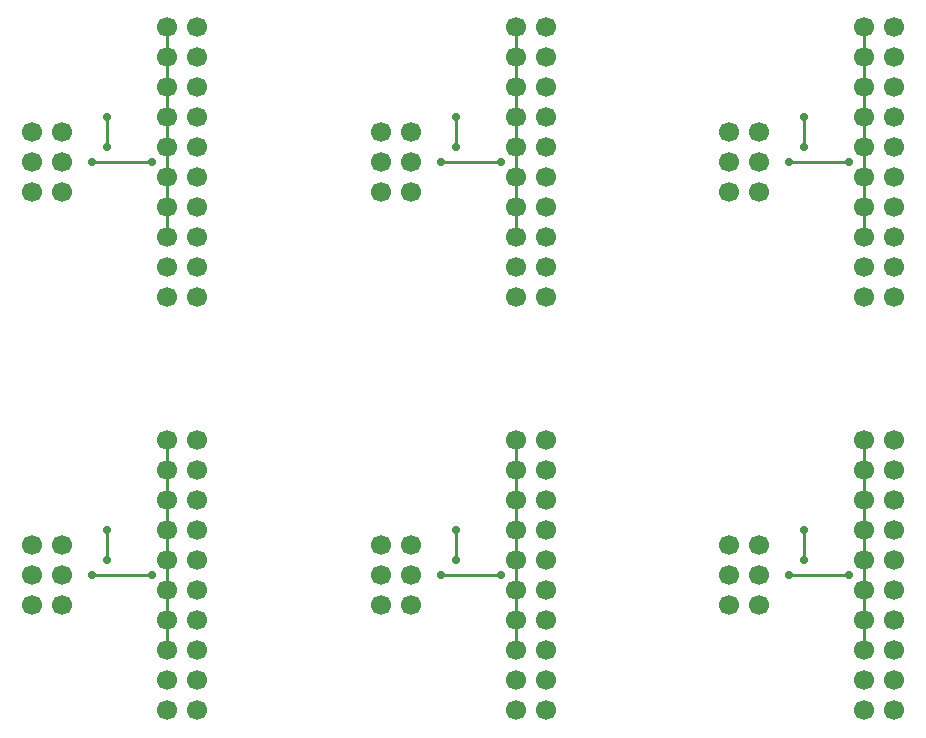
<source format=gbl>
%FSLAX46Y46*%
%MOMM*%
%ADD10C,0.250000*%
%AMPS12*
1,1,1.700000,0.000000,0.000000*
%
%ADD12PS12*%
%AMPS11*
1,1,1.700000,0.000000,0.000000*
%
%ADD11PS11*%
%AMPS13*
1,1,0.700000,0.000000,0.000000*
%
%ADD13PS13*%
G01*
G01*
%LPD*%
D10*
X22080000Y68770000D02*
X22080000Y71310000D01*
D10*
X20810000Y67500000D02*
X25890000Y67500000D01*
D10*
X27160000Y71310000D02*
X27160000Y73850000D01*
D10*
X27160000Y66230000D02*
X27160000Y68770000D01*
D10*
X27160000Y66230000D02*
X27160000Y65280000D01*
D10*
X27160000Y63690000D02*
X27160000Y61150000D01*
D10*
X27160000Y77340000D02*
X27160000Y78930000D01*
D10*
X27160000Y65280000D02*
X27160000Y63690000D01*
D10*
X27160000Y76390000D02*
X27160000Y77340000D01*
D10*
X27160000Y68770000D02*
X27160000Y71310000D01*
D10*
X27160000Y73850000D02*
X27160000Y76390000D01*
D10*
X51580000Y33770000D02*
X51580000Y36310000D01*
D10*
X50310000Y32500000D02*
X55390000Y32500000D01*
D10*
X56660000Y36310000D02*
X56660000Y38850000D01*
D10*
X56660000Y31230000D02*
X56660000Y33770000D01*
D10*
X56660000Y31230000D02*
X56660000Y30280000D01*
D10*
X56660000Y28690000D02*
X56660000Y26150000D01*
D10*
X56660000Y42340000D02*
X56660000Y43930000D01*
D10*
X56660000Y30280000D02*
X56660000Y28690000D01*
D10*
X56660000Y41390000D02*
X56660000Y42340000D01*
D10*
X56660000Y33770000D02*
X56660000Y36310000D01*
D10*
X56660000Y38850000D02*
X56660000Y41390000D01*
D10*
X81080000Y68770000D02*
X81080000Y71310000D01*
D10*
X79810000Y67500000D02*
X84890000Y67500000D01*
D10*
X86160000Y71310000D02*
X86160000Y73850000D01*
D10*
X86160000Y66230000D02*
X86160000Y68770000D01*
D10*
X86160000Y66230000D02*
X86160000Y65280000D01*
D10*
X86160000Y63690000D02*
X86160000Y61150000D01*
D10*
X86160000Y77340000D02*
X86160000Y78930000D01*
D10*
X86160000Y65280000D02*
X86160000Y63690000D01*
D10*
X86160000Y76390000D02*
X86160000Y77340000D01*
D10*
X86160000Y68770000D02*
X86160000Y71310000D01*
D10*
X86160000Y73850000D02*
X86160000Y76390000D01*
D10*
X22080000Y33770000D02*
X22080000Y36310000D01*
D10*
X20810000Y32500000D02*
X25890000Y32500000D01*
D10*
X27160000Y36310000D02*
X27160000Y38850000D01*
D10*
X27160000Y31230000D02*
X27160000Y33770000D01*
D10*
X27160000Y31230000D02*
X27160000Y30280000D01*
D10*
X27160000Y28690000D02*
X27160000Y26150000D01*
D10*
X27160000Y42340000D02*
X27160000Y43930000D01*
D10*
X27160000Y30280000D02*
X27160000Y28690000D01*
D10*
X27160000Y41390000D02*
X27160000Y42340000D01*
D10*
X27160000Y33770000D02*
X27160000Y36310000D01*
D10*
X27160000Y38850000D02*
X27160000Y41390000D01*
D10*
X81080000Y33770000D02*
X81080000Y36310000D01*
D10*
X79810000Y32500000D02*
X84890000Y32500000D01*
D10*
X86160000Y36310000D02*
X86160000Y38850000D01*
D10*
X86160000Y31230000D02*
X86160000Y33770000D01*
D10*
X86160000Y31230000D02*
X86160000Y30280000D01*
D10*
X86160000Y28690000D02*
X86160000Y26150000D01*
D10*
X86160000Y42340000D02*
X86160000Y43930000D01*
D10*
X86160000Y30280000D02*
X86160000Y28690000D01*
D10*
X86160000Y41390000D02*
X86160000Y42340000D01*
D10*
X86160000Y33770000D02*
X86160000Y36310000D01*
D10*
X86160000Y38850000D02*
X86160000Y41390000D01*
D10*
X51580000Y68770000D02*
X51580000Y71310000D01*
D10*
X50310000Y67500000D02*
X55390000Y67500000D01*
D10*
X56660000Y71310000D02*
X56660000Y73850000D01*
D10*
X56660000Y66230000D02*
X56660000Y68770000D01*
D10*
X56660000Y66230000D02*
X56660000Y65280000D01*
D10*
X56660000Y63690000D02*
X56660000Y61150000D01*
D10*
X56660000Y77340000D02*
X56660000Y78930000D01*
D10*
X56660000Y65280000D02*
X56660000Y63690000D01*
D10*
X56660000Y76390000D02*
X56660000Y77340000D01*
D10*
X56660000Y68770000D02*
X56660000Y71310000D01*
D10*
X56660000Y73850000D02*
X56660000Y76390000D01*
G75*
D11*
X29700000Y78930000D03*
D11*
X29700000Y71310000D03*
D11*
X27160000Y71310000D03*
D11*
X27160000Y73850000D03*
D11*
X29700000Y63690000D03*
D11*
X29700000Y58610000D03*
D11*
X29700000Y73850000D03*
D11*
X29700000Y66230000D03*
D11*
X27160000Y58610000D03*
D11*
X27160000Y66230000D03*
D11*
X27160000Y78930000D03*
D11*
X29700000Y68770000D03*
D11*
X27160000Y68770000D03*
D11*
X29700000Y61150000D03*
D11*
X27160000Y56070000D03*
D11*
X29700000Y76390000D03*
D11*
X27160000Y61150000D03*
D11*
X29700000Y56070000D03*
D11*
X27160000Y76390000D03*
D11*
X27160000Y63690000D03*
D12*
X18270000Y67500000D03*
D12*
X15730000Y70040000D03*
D12*
X18270000Y70040000D03*
D12*
X15730000Y64960000D03*
D12*
X15730000Y67500000D03*
D12*
X18270000Y64960000D03*
D13*
X20810000Y67500000D03*
D13*
X22080000Y71310000D03*
D13*
X22080000Y68770000D03*
D13*
X25890000Y67500000D03*
D11*
X59200000Y43930000D03*
D11*
X59200000Y36310000D03*
D11*
X56660000Y36310000D03*
D11*
X56660000Y38850000D03*
D11*
X59200000Y28690000D03*
D11*
X59200000Y23610000D03*
D11*
X59200000Y38850000D03*
D11*
X59200000Y31230000D03*
D11*
X56660000Y23610000D03*
D11*
X56660000Y31230000D03*
D11*
X56660000Y43930000D03*
D11*
X59200000Y33770000D03*
D11*
X56660000Y33770000D03*
D11*
X59200000Y26150000D03*
D11*
X56660000Y21070000D03*
D11*
X59200000Y41390000D03*
D11*
X56660000Y26150000D03*
D11*
X59200000Y21070000D03*
D11*
X56660000Y41390000D03*
D11*
X56660000Y28690000D03*
D12*
X47770000Y32500000D03*
D12*
X45230000Y35040000D03*
D12*
X47770000Y35040000D03*
D12*
X45230000Y29960000D03*
D12*
X45230000Y32500000D03*
D12*
X47770000Y29960000D03*
D13*
X50310000Y32500000D03*
D13*
X51580000Y36310000D03*
D13*
X51580000Y33770000D03*
D13*
X55390000Y32500000D03*
D11*
X88700000Y78930000D03*
D11*
X88700000Y71310000D03*
D11*
X86160000Y71310000D03*
D11*
X86160000Y73850000D03*
D11*
X88700000Y63690000D03*
D11*
X88700000Y58610000D03*
D11*
X88700000Y73850000D03*
D11*
X88700000Y66230000D03*
D11*
X86160000Y58610000D03*
D11*
X86160000Y66230000D03*
D11*
X86160000Y78930000D03*
D11*
X88700000Y68770000D03*
D11*
X86160000Y68770000D03*
D11*
X88700000Y61150000D03*
D11*
X86160000Y56070000D03*
D11*
X88700000Y76390000D03*
D11*
X86160000Y61150000D03*
D11*
X88700000Y56070000D03*
D11*
X86160000Y76390000D03*
D11*
X86160000Y63690000D03*
D12*
X77270000Y67500000D03*
D12*
X74730000Y70040000D03*
D12*
X77270000Y70040000D03*
D12*
X74730000Y64960000D03*
D12*
X74730000Y67500000D03*
D12*
X77270000Y64960000D03*
D13*
X79810000Y67500000D03*
D13*
X81080000Y71310000D03*
D13*
X81080000Y68770000D03*
D13*
X84890000Y67500000D03*
D11*
X29700000Y43930000D03*
D11*
X29700000Y36310000D03*
D11*
X27160000Y36310000D03*
D11*
X27160000Y38850000D03*
D11*
X29700000Y28690000D03*
D11*
X29700000Y23610000D03*
D11*
X29700000Y38850000D03*
D11*
X29700000Y31230000D03*
D11*
X27160000Y23610000D03*
D11*
X27160000Y31230000D03*
D11*
X27160000Y43930000D03*
D11*
X29700000Y33770000D03*
D11*
X27160000Y33770000D03*
D11*
X29700000Y26150000D03*
D11*
X27160000Y21070000D03*
D11*
X29700000Y41390000D03*
D11*
X27160000Y26150000D03*
D11*
X29700000Y21070000D03*
D11*
X27160000Y41390000D03*
D11*
X27160000Y28690000D03*
D12*
X18270000Y32500000D03*
D12*
X15730000Y35040000D03*
D12*
X18270000Y35040000D03*
D12*
X15730000Y29960000D03*
D12*
X15730000Y32500000D03*
D12*
X18270000Y29960000D03*
D13*
X20810000Y32500000D03*
D13*
X22080000Y36310000D03*
D13*
X22080000Y33770000D03*
D13*
X25890000Y32500000D03*
D11*
X88700000Y43930000D03*
D11*
X88700000Y36310000D03*
D11*
X86160000Y36310000D03*
D11*
X86160000Y38850000D03*
D11*
X88700000Y28690000D03*
D11*
X88700000Y23610000D03*
D11*
X88700000Y38850000D03*
D11*
X88700000Y31230000D03*
D11*
X86160000Y23610000D03*
D11*
X86160000Y31230000D03*
D11*
X86160000Y43930000D03*
D11*
X88700000Y33770000D03*
D11*
X86160000Y33770000D03*
D11*
X88700000Y26150000D03*
D11*
X86160000Y21070000D03*
D11*
X88700000Y41390000D03*
D11*
X86160000Y26150000D03*
D11*
X88700000Y21070000D03*
D11*
X86160000Y41390000D03*
D11*
X86160000Y28690000D03*
D12*
X77270000Y32500000D03*
D12*
X74730000Y35040000D03*
D12*
X77270000Y35040000D03*
D12*
X74730000Y29960000D03*
D12*
X74730000Y32500000D03*
D12*
X77270000Y29960000D03*
D13*
X79810000Y32500000D03*
D13*
X81080000Y36310000D03*
D13*
X81080000Y33770000D03*
D13*
X84890000Y32500000D03*
D11*
X59200000Y78930000D03*
D11*
X59200000Y71310000D03*
D11*
X56660000Y71310000D03*
D11*
X56660000Y73850000D03*
D11*
X59200000Y63690000D03*
D11*
X59200000Y58610000D03*
D11*
X59200000Y73850000D03*
D11*
X59200000Y66230000D03*
D11*
X56660000Y58610000D03*
D11*
X56660000Y66230000D03*
D11*
X56660000Y78930000D03*
D11*
X59200000Y68770000D03*
D11*
X56660000Y68770000D03*
D11*
X59200000Y61150000D03*
D11*
X56660000Y56070000D03*
D11*
X59200000Y76390000D03*
D11*
X56660000Y61150000D03*
D11*
X59200000Y56070000D03*
D11*
X56660000Y76390000D03*
D11*
X56660000Y63690000D03*
D12*
X47770000Y67500000D03*
D12*
X45230000Y70040000D03*
D12*
X47770000Y70040000D03*
D12*
X45230000Y64960000D03*
D12*
X45230000Y67500000D03*
D12*
X47770000Y64960000D03*
D13*
X50310000Y67500000D03*
D13*
X51580000Y71310000D03*
D13*
X51580000Y68770000D03*
D13*
X55390000Y67500000D03*
M02*

</source>
